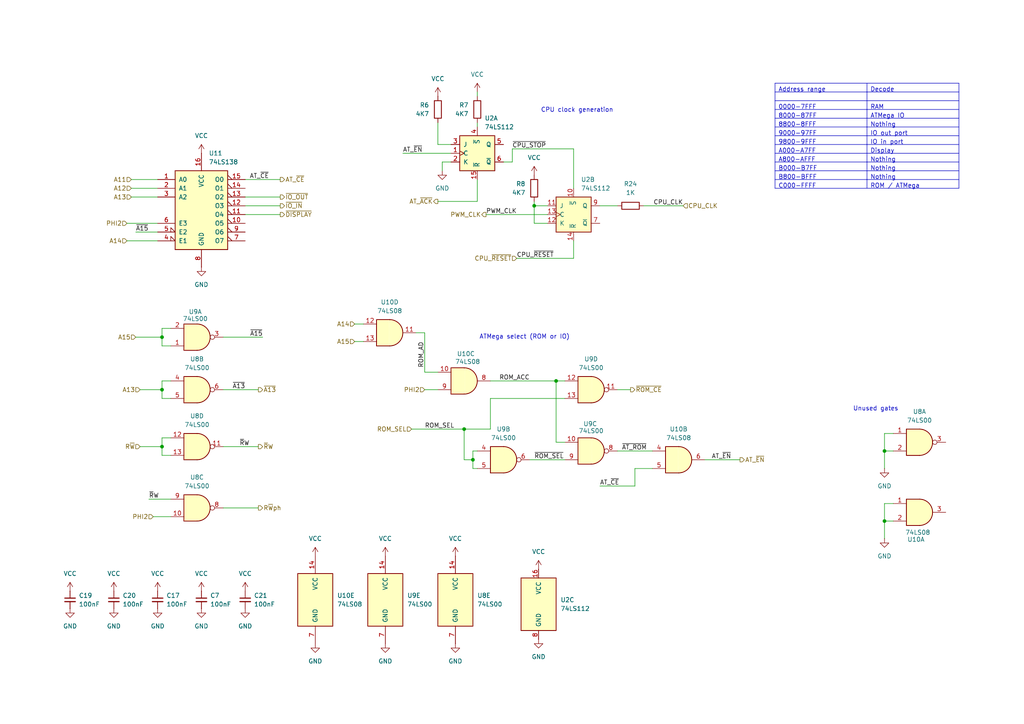
<source format=kicad_sch>
(kicad_sch (version 20250114) (generator "eeschema") (generator_version "9.0")
  (paper "A4")
  (title_block (title "6502 ATTY1") (date "2025-12-16") (rev "2") (comment 1 "© 2025 Ben Dooks"))
  (lib_symbols
    (symbol "74xx:74LS00" (pin_names (offset 1.016))
      (property "Reference" "U" (at 0 1.27 0))
      (property "Value" "74LS00" (at 0 -1.27 0))
      (symbol "74LS00_1_1"
        (arc (start 0 3.81) (mid 3.7934 0) (end 0 -3.81) (stroke (width 0.254)) (fill (type background)))
        (polyline (pts (xy 0 3.81) (xy -3.81 3.81) (xy -3.81 -3.81) (xy 0 -3.81)) (stroke (width 0.254)) (fill (type background)))
        (pin input line (at -7.62 2.54 0) (length 3.81) (name "~") (number "1"))
        (pin input line (at -7.62 -2.54 0) (length 3.81) (name "~") (number "2"))
        (pin output inverted (at 7.62 0 180) (length 3.81) (name "~") (number "3"))
      )
      (symbol "74LS00_1_2"
        (arc (start -3.81 3.81) (mid -2.589 0) (end -3.81 -3.81) (stroke (width 0.254)))
        (polyline (pts (xy -3.81 3.81) (xy -0.635 3.81)) (stroke (width 0.254)) (fill (type background)))
        (polyline (pts (xy -3.81 -3.81) (xy -0.635 -3.81)) (stroke (width 0.254)) (fill (type background)))
        (arc (start 3.81 0) (mid 2.1855 -2.584) (end -0.6096 -3.81) (stroke (width 0.254)) (fill (type background)))
        (arc (start -0.6096 3.81) (mid 2.1928 2.5924) (end 3.81 0) (stroke (width 0.254)) (fill (type background)))
        (polyline (pts (xy -0.635 3.81) (xy -3.81 3.81) (xy -3.81 3.81) (xy -3.556 3.4036) (xy -3.0226 2.2606) (xy -2.6924 1.0414) (xy -2.6162 -0.254) (xy -2.7686 -1.4986) (xy -3.175 -2.7178) (xy -3.81 -3.81) (xy -3.81 -3.81) (xy -0.635 -3.81)) (stroke (width -25.4)) (fill (type background)))
        (pin input inverted (at -7.62 2.54 0) (length 4.318) (name "~") (number "1"))
        (pin input inverted (at -7.62 -2.54 0) (length 4.318) (name "~") (number "2"))
        (pin output line (at 7.62 0 180) (length 3.81) (name "~") (number "3"))
      )
      (symbol "74LS00_2_1"
        (arc (start 0 3.81) (mid 3.7934 0) (end 0 -3.81) (stroke (width 0.254)) (fill (type background)))
        (polyline (pts (xy 0 3.81) (xy -3.81 3.81) (xy -3.81 -3.81) (xy 0 -3.81)) (stroke (width 0.254)) (fill (type background)))
        (pin input line (at -7.62 2.54 0) (length 3.81) (name "~") (number "4"))
        (pin input line (at -7.62 -2.54 0) (length 3.81) (name "~") (number "5"))
        (pin output inverted (at 7.62 0 180) (length 3.81) (name "~") (number "6"))
      )
      (symbol "74LS00_2_2"
        (arc (start -3.81 3.81) (mid -2.589 0) (end -3.81 -3.81) (stroke (width 0.254)))
        (polyline (pts (xy -3.81 3.81) (xy -0.635 3.81)) (stroke (width 0.254)) (fill (type background)))
        (polyline (pts (xy -3.81 -3.81) (xy -0.635 -3.81)) (stroke (width 0.254)) (fill (type background)))
        (arc (start 3.81 0) (mid 2.1855 -2.584) (end -0.6096 -3.81) (stroke (width 0.254)) (fill (type background)))
        (arc (start -0.6096 3.81) (mid 2.1928 2.5924) (end 3.81 0) (stroke (width 0.254)) (fill (type background)))
        (polyline (pts (xy -0.635 3.81) (xy -3.81 3.81) (xy -3.81 3.81) (xy -3.556 3.4036) (xy -3.0226 2.2606) (xy -2.6924 1.0414) (xy -2.6162 -0.254) (xy -2.7686 -1.4986) (xy -3.175 -2.7178) (xy -3.81 -3.81) (xy -3.81 -3.81) (xy -0.635 -3.81)) (stroke (width -25.4)) (fill (type background)))
        (pin input inverted (at -7.62 2.54 0) (length 4.318) (name "~") (number "4"))
        (pin input inverted (at -7.62 -2.54 0) (length 4.318) (name "~") (number "5"))
        (pin output line (at 7.62 0 180) (length 3.81) (name "~") (number "6"))
      )
      (symbol "74LS00_3_1"
        (arc (start 0 3.81) (mid 3.7934 0) (end 0 -3.81) (stroke (width 0.254)) (fill (type background)))
        (polyline (pts (xy 0 3.81) (xy -3.81 3.81) (xy -3.81 -3.81) (xy 0 -3.81)) (stroke (width 0.254)) (fill (type background)))
        (pin input line (at -7.62 2.54 0) (length 3.81) (name "~") (number "9"))
        (pin input line (at -7.62 -2.54 0) (length 3.81) (name "~") (number "10"))
        (pin output inverted (at 7.62 0 180) (length 3.81) (name "~") (number "8"))
      )
      (symbol "74LS00_3_2"
        (arc (start -3.81 3.81) (mid -2.589 0) (end -3.81 -3.81) (stroke (width 0.254)))
        (polyline (pts (xy -3.81 3.81) (xy -0.635 3.81)) (stroke (width 0.254)) (fill (type background)))
        (polyline (pts (xy -3.81 -3.81) (xy -0.635 -3.81)) (stroke (width 0.254)) (fill (type background)))
        (arc (start 3.81 0) (mid 2.1855 -2.584) (end -0.6096 -3.81) (stroke (width 0.254)) (fill (type background)))
        (arc (start -0.6096 3.81) (mid 2.1928 2.5924) (end 3.81 0) (stroke (width 0.254)) (fill (type background)))
        (polyline (pts (xy -0.635 3.81) (xy -3.81 3.81) (xy -3.81 3.81) (xy -3.556 3.4036) (xy -3.0226 2.2606) (xy -2.6924 1.0414) (xy -2.6162 -0.254) (xy -2.7686 -1.4986) (xy -3.175 -2.7178) (xy -3.81 -3.81) (xy -3.81 -3.81) (xy -0.635 -3.81)) (stroke (width -25.4)) (fill (type background)))
        (pin input inverted (at -7.62 2.54 0) (length 4.318) (name "~") (number "9"))
        (pin input inverted (at -7.62 -2.54 0) (length 4.318) (name "~") (number "10"))
        (pin output line (at 7.62 0 180) (length 3.81) (name "~") (number "8"))
      )
      (symbol "74LS00_4_1"
        (arc (start 0 3.81) (mid 3.7934 0) (end 0 -3.81) (stroke (width 0.254)) (fill (type background)))
        (polyline (pts (xy 0 3.81) (xy -3.81 3.81) (xy -3.81 -3.81) (xy 0 -3.81)) (stroke (width 0.254)) (fill (type background)))
        (pin input line (at -7.62 2.54 0) (length 3.81) (name "~") (number "12"))
        (pin input line (at -7.62 -2.54 0) (length 3.81) (name "~") (number "13"))
        (pin output inverted (at 7.62 0 180) (length 3.81) (name "~") (number "11"))
      )
      (symbol "74LS00_4_2"
        (arc (start -3.81 3.81) (mid -2.589 0) (end -3.81 -3.81) (stroke (width 0.254)))
        (polyline (pts (xy -3.81 3.81) (xy -0.635 3.81)) (stroke (width 0.254)) (fill (type background)))
        (polyline (pts (xy -3.81 -3.81) (xy -0.635 -3.81)) (stroke (width 0.254)) (fill (type background)))
        (arc (start 3.81 0) (mid 2.1855 -2.584) (end -0.6096 -3.81) (stroke (width 0.254)) (fill (type background)))
        (arc (start -0.6096 3.81) (mid 2.1928 2.5924) (end 3.81 0) (stroke (width 0.254)) (fill (type background)))
        (polyline (pts (xy -0.635 3.81) (xy -3.81 3.81) (xy -3.81 3.81) (xy -3.556 3.4036) (xy -3.0226 2.2606) (xy -2.6924 1.0414) (xy -2.6162 -0.254) (xy -2.7686 -1.4986) (xy -3.175 -2.7178) (xy -3.81 -3.81) (xy -3.81 -3.81) (xy -0.635 -3.81)) (stroke (width -25.4)) (fill (type background)))
        (pin input inverted (at -7.62 2.54 0) (length 4.318) (name "~") (number "12"))
        (pin input inverted (at -7.62 -2.54 0) (length 4.318) (name "~") (number "13"))
        (pin output line (at 7.62 0 180) (length 3.81) (name "~") (number "11"))
      )
      (symbol "74LS00_5_0"
        (pin power_in line (at 0 12.7 270) (length 5.08) (name "VCC") (number "14"))
        (pin power_in line (at 0 -12.7 90) (length 5.08) (name "GND") (number "7"))
      )
      (symbol "74LS00_5_1"
        (rectangle (start -5.08 7.62) (end 5.08 -7.62) (stroke (width 0.254)) (fill (type background)))
      )
    )
    (symbol "74xx:74LS08" (pin_names (offset 1.016))
      (property "Reference" "U" (at 0 1.27 0))
      (property "Value" "74LS08" (at 0 -1.27 0))
      (symbol "74LS08_1_1"
        (arc (start 0 3.81) (mid 3.7934 0) (end 0 -3.81) (stroke (width 0.254)) (fill (type background)))
        (polyline (pts (xy 0 3.81) (xy -3.81 3.81) (xy -3.81 -3.81) (xy 0 -3.81)) (stroke (width 0.254)) (fill (type background)))
        (pin input line (at -7.62 2.54 0) (length 3.81) (name "~") (number "1"))
        (pin input line (at -7.62 -2.54 0) (length 3.81) (name "~") (number "2"))
        (pin output line (at 7.62 0 180) (length 3.81) (name "~") (number "3"))
      )
      (symbol "74LS08_1_2"
        (arc (start -3.81 3.81) (mid -2.589 0) (end -3.81 -3.81) (stroke (width 0.254)))
        (polyline (pts (xy -3.81 3.81) (xy -0.635 3.81)) (stroke (width 0.254)) (fill (type background)))
        (polyline (pts (xy -3.81 -3.81) (xy -0.635 -3.81)) (stroke (width 0.254)) (fill (type background)))
        (arc (start 3.81 0) (mid 2.1855 -2.584) (end -0.6096 -3.81) (stroke (width 0.254)) (fill (type background)))
        (arc (start -0.6096 3.81) (mid 2.1928 2.5924) (end 3.81 0) (stroke (width 0.254)) (fill (type background)))
        (polyline (pts (xy -0.635 3.81) (xy -3.81 3.81) (xy -3.81 3.81) (xy -3.556 3.4036) (xy -3.0226 2.2606) (xy -2.6924 1.0414) (xy -2.6162 -0.254) (xy -2.7686 -1.4986) (xy -3.175 -2.7178) (xy -3.81 -3.81) (xy -3.81 -3.81) (xy -0.635 -3.81)) (stroke (width -25.4)) (fill (type background)))
        (pin input inverted (at -7.62 2.54 0) (length 4.318) (name "~") (number "1"))
        (pin input inverted (at -7.62 -2.54 0) (length 4.318) (name "~") (number "2"))
        (pin output inverted (at 7.62 0 180) (length 3.81) (name "~") (number "3"))
      )
      (symbol "74LS08_2_1"
        (arc (start 0 3.81) (mid 3.7934 0) (end 0 -3.81) (stroke (width 0.254)) (fill (type background)))
        (polyline (pts (xy 0 3.81) (xy -3.81 3.81) (xy -3.81 -3.81) (xy 0 -3.81)) (stroke (width 0.254)) (fill (type background)))
        (pin input line (at -7.62 2.54 0) (length 3.81) (name "~") (number "4"))
        (pin input line (at -7.62 -2.54 0) (length 3.81) (name "~") (number "5"))
        (pin output line (at 7.62 0 180) (length 3.81) (name "~") (number "6"))
      )
      (symbol "74LS08_2_2"
        (arc (start -3.81 3.81) (mid -2.589 0) (end -3.81 -3.81) (stroke (width 0.254)))
        (polyline (pts (xy -3.81 3.81) (xy -0.635 3.81)) (stroke (width 0.254)) (fill (type background)))
        (polyline (pts (xy -3.81 -3.81) (xy -0.635 -3.81)) (stroke (width 0.254)) (fill (type background)))
        (arc (start 3.81 0) (mid 2.1855 -2.584) (end -0.6096 -3.81) (stroke (width 0.254)) (fill (type background)))
        (arc (start -0.6096 3.81) (mid 2.1928 2.5924) (end 3.81 0) (stroke (width 0.254)) (fill (type background)))
        (polyline (pts (xy -0.635 3.81) (xy -3.81 3.81) (xy -3.81 3.81) (xy -3.556 3.4036) (xy -3.0226 2.2606) (xy -2.6924 1.0414) (xy -2.6162 -0.254) (xy -2.7686 -1.4986) (xy -3.175 -2.7178) (xy -3.81 -3.81) (xy -3.81 -3.81) (xy -0.635 -3.81)) (stroke (width -25.4)) (fill (type background)))
        (pin input inverted (at -7.62 2.54 0) (length 4.318) (name "~") (number "4"))
        (pin input inverted (at -7.62 -2.54 0) (length 4.318) (name "~") (number "5"))
        (pin output inverted (at 7.62 0 180) (length 3.81) (name "~") (number "6"))
      )
      (symbol "74LS08_3_1"
        (arc (start 0 3.81) (mid 3.7934 0) (end 0 -3.81) (stroke (width 0.254)) (fill (type background)))
        (polyline (pts (xy 0 3.81) (xy -3.81 3.81) (xy -3.81 -3.81) (xy 0 -3.81)) (stroke (width 0.254)) (fill (type background)))
        (pin input line (at -7.62 2.54 0) (length 3.81) (name "~") (number "9"))
        (pin input line (at -7.62 -2.54 0) (length 3.81) (name "~") (number "10"))
        (pin output line (at 7.62 0 180) (length 3.81) (name "~") (number "8"))
      )
      (symbol "74LS08_3_2"
        (arc (start -3.81 3.81) (mid -2.589 0) (end -3.81 -3.81) (stroke (width 0.254)))
        (polyline (pts (xy -3.81 3.81) (xy -0.635 3.81)) (stroke (width 0.254)) (fill (type background)))
        (polyline (pts (xy -3.81 -3.81) (xy -0.635 -3.81)) (stroke (width 0.254)) (fill (type background)))
        (arc (start 3.81 0) (mid 2.1855 -2.584) (end -0.6096 -3.81) (stroke (width 0.254)) (fill (type background)))
        (arc (start -0.6096 3.81) (mid 2.1928 2.5924) (end 3.81 0) (stroke (width 0.254)) (fill (type background)))
        (polyline (pts (xy -0.635 3.81) (xy -3.81 3.81) (xy -3.81 3.81) (xy -3.556 3.4036) (xy -3.0226 2.2606) (xy -2.6924 1.0414) (xy -2.6162 -0.254) (xy -2.7686 -1.4986) (xy -3.175 -2.7178) (xy -3.81 -3.81) (xy -3.81 -3.81) (xy -0.635 -3.81)) (stroke (width -25.4)) (fill (type background)))
        (pin input inverted (at -7.62 2.54 0) (length 4.318) (name "~") (number "9"))
        (pin input inverted (at -7.62 -2.54 0) (length 4.318) (name "~") (number "10"))
        (pin output inverted (at 7.62 0 180) (length 3.81) (name "~") (number "8"))
      )
      (symbol "74LS08_4_1"
        (arc (start 0 3.81) (mid 3.7934 0) (end 0 -3.81) (stroke (width 0.254)) (fill (type background)))
        (polyline (pts (xy 0 3.81) (xy -3.81 3.81) (xy -3.81 -3.81) (xy 0 -3.81)) (stroke (width 0.254)) (fill (type background)))
        (pin input line (at -7.62 2.54 0) (length 3.81) (name "~") (number "12"))
        (pin input line (at -7.62 -2.54 0) (length 3.81) (name "~") (number "13"))
        (pin output line (at 7.62 0 180) (length 3.81) (name "~") (number "11"))
      )
      (symbol "74LS08_4_2"
        (arc (start -3.81 3.81) (mid -2.589 0) (end -3.81 -3.81) (stroke (width 0.254)))
        (polyline (pts (xy -3.81 3.81) (xy -0.635 3.81)) (stroke (width 0.254)) (fill (type background)))
        (polyline (pts (xy -3.81 -3.81) (xy -0.635 -3.81)) (stroke (width 0.254)) (fill (type background)))
        (arc (start 3.81 0) (mid 2.1855 -2.584) (end -0.6096 -3.81) (stroke (width 0.254)) (fill (type background)))
        (arc (start -0.6096 3.81) (mid 2.1928 2.5924) (end 3.81 0) (stroke (width 0.254)) (fill (type background)))
        (polyline (pts (xy -0.635 3.81) (xy -3.81 3.81) (xy -3.81 3.81) (xy -3.556 3.4036) (xy -3.0226 2.2606) (xy -2.6924 1.0414) (xy -2.6162 -0.254) (xy -2.7686 -1.4986) (xy -3.175 -2.7178) (xy -3.81 -3.81) (xy -3.81 -3.81) (xy -0.635 -3.81)) (stroke (width -25.4)) (fill (type background)))
        (pin input inverted (at -7.62 2.54 0) (length 4.318) (name "~") (number "12"))
        (pin input inverted (at -7.62 -2.54 0) (length 4.318) (name "~") (number "13"))
        (pin output inverted (at 7.62 0 180) (length 3.81) (name "~") (number "11"))
      )
      (symbol "74LS08_5_0"
        (pin power_in line (at 0 12.7 270) (length 5.08) (name "VCC") (number "14"))
        (pin power_in line (at 0 -12.7 90) (length 5.08) (name "GND") (number "7"))
      )
      (symbol "74LS08_5_1"
        (rectangle (start -5.08 7.62) (end 5.08 -7.62) (stroke (width 0.254)) (fill (type background)))
      )
    )
    (symbol "74xx:74LS112" (pin_names (offset 1.016))
      (property "Reference" "U" (at -7.62 8.89 0))
      (property "Value" "74LS112" (at -7.62 -8.89 0))
      (symbol "74LS112_1_0"
        (pin input line (at -7.62 2.54 0) (length 2.54) (name "J") (number "3"))
        (pin input clock (at -7.62 0 0) (length 2.54) (name "C") (number "1"))
        (pin input line (at -7.62 -2.54 0) (length 2.54) (name "K") (number "2"))
        (pin input line (at 0 7.62 270) (length 2.54) (name "~{S}") (number "4"))
        (pin input line (at 0 -7.62 90) (length 2.54) (name "~{R}") (number "15"))
        (pin output line (at 7.62 2.54 180) (length 2.54) (name "Q") (number "5"))
        (pin output line (at 7.62 -2.54 180) (length 2.54) (name "~{Q}") (number "6"))
      )
      (symbol "74LS112_1_1"
        (rectangle (start -5.08 5.08) (end 5.08 -5.08) (stroke (width 0.254)) (fill (type background)))
      )
      (symbol "74LS112_2_0"
        (pin input line (at -7.62 2.54 0) (length 2.54) (name "J") (number "11"))
        (pin input clock (at -7.62 0 0) (length 2.54) (name "C") (number "13"))
        (pin input line (at -7.62 -2.54 0) (length 2.54) (name "K") (number "12"))
        (pin input line (at 0 7.62 270) (length 2.54) (name "~{S}") (number "10"))
        (pin input line (at 0 -7.62 90) (length 2.54) (name "~{R}") (number "14"))
        (pin output line (at 7.62 2.54 180) (length 2.54) (name "Q") (number "9"))
        (pin output line (at 7.62 -2.54 180) (length 2.54) (name "~{Q}") (number "7"))
      )
      (symbol "74LS112_2_1"
        (rectangle (start -5.08 5.08) (end 5.08 -5.08) (stroke (width 0.254)) (fill (type background)))
      )
      (symbol "74LS112_3_0"
        (pin power_in line (at 0 10.16 270) (length 2.54) (name "VCC") (number "16"))
        (pin power_in line (at 0 -10.16 90) (length 2.54) (name "GND") (number "8"))
      )
      (symbol "74LS112_3_1"
        (rectangle (start -5.08 7.62) (end 5.08 -7.62) (stroke (width 0.254)) (fill (type background)))
      )
    )
    (symbol "74xx:74LS138" (pin_names (offset 1.016))
      (property "Reference" "U" (at -7.62 11.43 0))
      (property "Value" "74LS138" (at -7.62 -13.97 0))
      (symbol "74LS138_1_0"
        (pin input line (at -12.7 7.62 0) (length 5.08) (name "A0") (number "1"))
        (pin input line (at -12.7 5.08 0) (length 5.08) (name "A1") (number "2"))
        (pin input line (at -12.7 2.54 0) (length 5.08) (name "A2") (number "3"))
        (pin input line (at -12.7 -5.08 0) (length 5.08) (name "E3") (number "6"))
        (pin input input_low (at -12.7 -7.62 0) (length 5.08) (name "E2") (number "5"))
        (pin input input_low (at -12.7 -10.16 0) (length 5.08) (name "E1") (number "4"))
        (pin power_in line (at 0 15.24 270) (length 5.08) (name "VCC") (number "16"))
        (pin power_in line (at 0 -17.78 90) (length 5.08) (name "GND") (number "8"))
        (pin output output_low (at 12.7 7.62 180) (length 5.08) (name "O0") (number "15"))
        (pin output output_low (at 12.7 5.08 180) (length 5.08) (name "O1") (number "14"))
        (pin output output_low (at 12.7 2.54 180) (length 5.08) (name "O2") (number "13"))
        (pin output output_low (at 12.7 0 180) (length 5.08) (name "O3") (number "12"))
        (pin output output_low (at 12.7 -2.54 180) (length 5.08) (name "O4") (number "11"))
        (pin output output_low (at 12.7 -5.08 180) (length 5.08) (name "O5") (number "10"))
        (pin output output_low (at 12.7 -7.62 180) (length 5.08) (name "O6") (number "9"))
        (pin output output_low (at 12.7 -10.16 180) (length 5.08) (name "O7") (number "7"))
      )
      (symbol "74LS138_1_1"
        (rectangle (start -7.62 10.16) (end 7.62 -12.7) (stroke (width 0.254)) (fill (type background)))
      )
    )
    (symbol "Device:C_Small" (pin_numbers (hide yes)) (pin_names (offset 0.254) (hide yes))
      (property "Reference" "C" (at 0.254 1.778 0))
      (property "Value" "C_Small" (at 0.254 -2.032 0))
      (symbol "C_Small_0_1"
        (polyline (pts (xy -1.524 0.508) (xy 1.524 0.508)) (stroke (width 0.3048)))
        (polyline (pts (xy -1.524 -0.508) (xy 1.524 -0.508)) (stroke (width 0.3302)))
      )
      (symbol "C_Small_1_1"
        (pin passive line (at 0 2.54 270) (length 2.032) (name "~") (number "1"))
        (pin passive line (at 0 -2.54 90) (length 2.032) (name "~") (number "2"))
      )
    )
    (symbol "Device:R" (pin_numbers (hide yes)) (pin_names (offset 0))
      (property "Reference" "R" (at 2.032 0 90))
      (property "Value" "R" (at 0 0 90))
      (symbol "R_0_1"
        (rectangle (start -1.016 -2.54) (end 1.016 2.54) (stroke (width 0.254)))
      )
      (symbol "R_1_1"
        (pin passive line (at 0 3.81 270) (length 1.27) (name "~") (number "1"))
        (pin passive line (at 0 -3.81 90) (length 1.27) (name "~") (number "2"))
      )
    )
    (symbol "power:GND" (power) (pin_numbers (hide yes)) (pin_names (offset 0) (hide yes))
      (property "Value" "GND" (at 0 -3.81 0))
      (symbol "GND_0_1"
        (polyline (pts (xy 0 0) (xy 0 -1.27) (xy 1.27 -1.27) (xy 0 -2.54) (xy -1.27 -1.27) (xy 0 -1.27)))
      )
      (symbol "GND_1_1"
        (pin power_in line (at 0 0 270) (length 0) (name "~") (number "1"))
      )
    )
    (symbol "power:VCC" (power) (pin_numbers (hide yes)) (pin_names (offset 0) (hide yes))
      (property "Value" "VCC" (at 0 3.556 0))
      (symbol "VCC_0_1"
        (polyline (pts (xy -0.762 1.27) (xy 0 2.54)))
        (polyline (pts (xy 0 2.54) (xy 0.762 1.27)))
        (polyline (pts (xy 0 0) (xy 0 2.54)))
      )
      (symbol "VCC_1_1"
        (pin power_in line (at 0 0 90) (length 0) (name "~") (number "1"))
      )
    )
  )
  (text "ATMega select (ROM or IO)" (at 152.146 97.79 0) (effects (font (size 1.27 1.27))))
  (text "Unused gates" (at 254 118.618 0) (effects (font (size 1.27 1.27))))
  (text "CPU clock generation" (at 167.386 32.004 0) (effects (font (size 1.27 1.27))))
  (junction (at 137.16 133.35))
  (junction (at 256.54 130.81))
  (junction (at 154.94 59.69))
  (junction (at 46.99 113.03))
  (junction (at 161.29 110.49))
  (junction (at 46.99 97.79))
  (junction (at 256.54 151.13))
  (junction (at 46.99 129.54))
  (junction (at 134.62 124.46))
  (wire (pts (xy 137.16 130.81) (xy 137.16 133.35)))
  (wire (pts (xy 186.69 59.69) (xy 198.12 59.69)))
  (wire (pts (xy 64.77 97.79) (xy 76.2 97.79)))
  (wire (pts (xy 138.43 35.56) (xy 138.43 36.83)))
  (wire (pts (xy 256.54 151.13) (xy 259.08 151.13)))
  (wire (pts (xy 43.18 144.78) (xy 49.53 144.78)))
  (wire (pts (xy 36.83 69.85) (xy 45.72 69.85)))
  (wire (pts (xy 36.83 64.77) (xy 45.72 64.77)))
  (wire (pts (xy 158.75 64.77) (xy 154.94 64.77)))
  (wire (pts (xy 71.12 62.23) (xy 81.28 62.23)))
  (wire (pts (xy 64.77 129.54) (xy 74.93 129.54)))
  (wire (pts (xy 161.29 110.49) (xy 163.83 110.49)))
  (wire (pts (xy 49.53 95.25) (xy 46.99 95.25)))
  (wire (pts (xy 259.08 146.05) (xy 256.54 146.05)))
  (wire (pts (xy 189.23 135.89) (xy 184.15 135.89)))
  (wire (pts (xy 46.99 127) (xy 46.99 129.54)))
  (wire (pts (xy 49.53 110.49) (xy 46.99 110.49)))
  (wire (pts (xy 38.1 52.07) (xy 45.72 52.07)))
  (wire (pts (xy 130.81 46.99) (xy 128.27 46.99)))
  (wire (pts (xy 184.15 135.89) (xy 184.15 140.97)))
  (wire (pts (xy 123.19 107.95) (xy 123.19 96.52)))
  (wire (pts (xy 127 35.56) (xy 127 41.91)))
  (wire (pts (xy 38.1 54.61) (xy 45.72 54.61)))
  (wire (pts (xy 46.99 100.33) (xy 46.99 97.79)))
  (wire (pts (xy 142.24 110.49) (xy 161.29 110.49)))
  (wire (pts (xy 134.62 133.35) (xy 137.16 133.35)))
  (wire (pts (xy 138.43 52.07) (xy 138.43 58.42)))
  (wire (pts (xy 102.87 93.98) (xy 105.41 93.98)))
  (wire (pts (xy 127 107.95) (xy 123.19 107.95)))
  (wire (pts (xy 38.1 57.15) (xy 45.72 57.15)))
  (wire (pts (xy 142.24 124.46) (xy 134.62 124.46)))
  (wire (pts (xy 142.24 115.57) (xy 142.24 124.46)))
  (wire (pts (xy 46.99 95.25) (xy 46.99 97.79)))
  (wire (pts (xy 119.38 124.46) (xy 134.62 124.46)))
  (wire (pts (xy 166.37 69.85) (xy 166.37 74.93)))
  (wire (pts (xy 149.86 74.93) (xy 166.37 74.93)))
  (wire (pts (xy 173.99 59.69) (xy 179.07 59.69)))
  (wire (pts (xy 49.53 115.57) (xy 46.99 115.57)))
  (wire (pts (xy 140.97 62.23) (xy 158.75 62.23)))
  (wire (pts (xy 154.94 64.77) (xy 154.94 59.69)))
  (wire (pts (xy 40.64 129.54) (xy 46.99 129.54)))
  (wire (pts (xy 123.19 96.52) (xy 120.65 96.52)))
  (wire (pts (xy 49.53 100.33) (xy 46.99 100.33)))
  (wire (pts (xy 148.59 43.18) (xy 148.59 46.99)))
  (wire (pts (xy 123.19 113.03) (xy 127 113.03)))
  (wire (pts (xy 173.99 140.97) (xy 184.15 140.97)))
  (wire (pts (xy 46.99 132.08) (xy 49.53 132.08)))
  (wire (pts (xy 40.64 113.03) (xy 46.99 113.03)))
  (wire (pts (xy 39.37 97.79) (xy 46.99 97.79)))
  (wire (pts (xy 137.16 133.35) (xy 137.16 135.89)))
  (wire (pts (xy 146.05 46.99) (xy 148.59 46.99)))
  (wire (pts (xy 134.62 124.46) (xy 134.62 133.35)))
  (wire (pts (xy 153.67 133.35) (xy 163.83 133.35)))
  (wire (pts (xy 137.16 135.89) (xy 138.43 135.89)))
  (wire (pts (xy 44.45 149.86) (xy 49.53 149.86)))
  (wire (pts (xy 137.16 130.81) (xy 138.43 130.81)))
  (wire (pts (xy 256.54 146.05) (xy 256.54 151.13)))
  (wire (pts (xy 154.94 58.42) (xy 154.94 59.69)))
  (wire (pts (xy 46.99 110.49) (xy 46.99 113.03)))
  (wire (pts (xy 64.77 147.32) (xy 74.93 147.32)))
  (wire (pts (xy 163.83 128.27) (xy 161.29 128.27)))
  (wire (pts (xy 116.84 44.45) (xy 130.81 44.45)))
  (wire (pts (xy 256.54 151.13) (xy 256.54 156.21)))
  (wire (pts (xy 46.99 129.54) (xy 46.99 132.08)))
  (wire (pts (xy 128.27 46.99) (xy 128.27 49.53)))
  (wire (pts (xy 102.87 99.06) (xy 105.41 99.06)))
  (wire (pts (xy 64.77 113.03) (xy 74.93 113.03)))
  (wire (pts (xy 138.43 26.67) (xy 138.43 27.94)))
  (wire (pts (xy 49.53 127) (xy 46.99 127)))
  (wire (pts (xy 71.12 52.07) (xy 81.28 52.07)))
  (wire (pts (xy 166.37 43.18) (xy 166.37 54.61)))
  (wire (pts (xy 256.54 125.73) (xy 256.54 130.81)))
  (wire (pts (xy 39.37 67.31) (xy 45.72 67.31)))
  (wire (pts (xy 259.08 125.73) (xy 256.54 125.73)))
  (wire (pts (xy 204.47 133.35) (xy 214.63 133.35)))
  (wire (pts (xy 46.99 115.57) (xy 46.99 113.03)))
  (wire (pts (xy 179.07 130.81) (xy 189.23 130.81)))
  (wire (pts (xy 256.54 130.81) (xy 259.08 130.81)))
  (wire (pts (xy 148.59 43.18) (xy 166.37 43.18)))
  (wire (pts (xy 256.54 130.81) (xy 256.54 135.89)))
  (wire (pts (xy 163.83 115.57) (xy 142.24 115.57)))
  (wire (pts (xy 179.07 113.03) (xy 182.88 113.03)))
  (wire (pts (xy 71.12 59.69) (xy 81.28 59.69)))
  (wire (pts (xy 154.94 59.69) (xy 158.75 59.69)))
  (wire (pts (xy 127 58.42) (xy 138.43 58.42)))
  (wire (pts (xy 130.81 41.91) (xy 127 41.91)))
  (wire (pts (xy 161.29 128.27) (xy 161.29 110.49)))
  (wire (pts (xy 71.12 57.15) (xy 81.28 57.15)))
  (table (column_count 2) (border (external yes) (header yes)) (separators (rows yes) (cols yes)) (column_widths 26.67 26.67) (row_heights 2.54 2.54 2.54 2.54 2.54 2.54 2.54 2.54 2.54 2.54 2.54 2.54) (cells (table_cell "Address range" (at 224.79 24.13 0) (size 26.67 2.54) (margins 0.9525 0.9525 0.9525 0.9525) (span 1 1)) (table_cell "Decode" (at 251.46 24.13 0) (size 26.67 2.54) (margins 0.9525 0.9525 0.9525 0.9525) (span 1 1)) (table_cell "" (at 224.79 26.67 0) (size 26.67 2.54) (margins 0.9525 0.9525 0.9525 0.9525) (span 1 1)) (table_cell "" (at 251.46 26.67 0) (size 26.67 2.54) (margins 0.9525 0.9525 0.9525 0.9525) (span 1 1)) (table_cell "0000-7FFF" (at 224.79 29.21 0) (size 26.67 2.54) (margins 0.9525 0.9525 0.9525 0.9525) (span 1 1)) (table_cell "RAM" (at 251.46 29.21 0) (size 26.67 2.54) (margins 0.9525 0.9525 0.9525 0.9525) (span 1 1)) (table_cell "8000-87FF" (at 224.79 31.75 0) (size 26.67 2.54) (margins 0.9525 0.9525 0.9525 0.9525) (span 1 1)) (table_cell "ATMega IO" (at 251.46 31.75 0) (size 26.67 2.54) (margins 0.9525 0.9525 0.9525 0.9525) (span 1 1)) (table_cell "8800-8FFF" (at 224.79 34.29 0) (size 26.67 2.54) (margins 0.9525 0.9525 0.9525 0.9525) (span 1 1)) (table_cell "Nothing" (at 251.46 34.29 0) (size 26.67 2.54) (margins 0.9525 0.9525 0.9525 0.9525) (span 1 1)) (table_cell "9000-97FF" (at 224.79 36.83 0) (size 26.67 2.54) (margins 0.9525 0.9525 0.9525 0.9525) (span 1 1)) (table_cell "IO out port" (at 251.46 36.83 0) (size 26.67 2.54) (margins 0.9525 0.9525 0.9525 0.9525) (span 1 1)) (table_cell "9800-9FFF" (at 224.79 39.37 0) (size 26.67 2.54) (margins 0.9525 0.9525 0.9525 0.9525) (span 1 1)) (table_cell "IO in port" (at 251.46 39.37 0) (size 26.67 2.54) (margins 0.9525 0.9525 0.9525 0.9525) (span 1 1)) (table_cell "A000-A7FF" (at 224.79 41.91 0) (size 26.67 2.54) (margins 0.9525 0.9525 0.9525 0.9525) (span 1 1)) (table_cell "Display" (at 251.46 41.91 0) (size 26.67 2.54) (margins 0.9525 0.9525 0.9525 0.9525) (span 1 1)) (table_cell "A800-AFFF" (at 224.79 44.45 0) (size 26.67 2.54) (margins 0.9525 0.9525 0.9525 0.9525) (span 1 1)) (table_cell "Nothing" (at 251.46 44.45 0) (size 26.67 2.54) (margins 0.9525 0.9525 0.9525 0.9525) (span 1 1)) (table_cell "B000-B7FF" (at 224.79 46.99 0) (size 26.67 2.54) (margins 0.9525 0.9525 0.9525 0.9525) (span 1 1)) (table_cell "Nothing" (at 251.46 46.99 0) (size 26.67 2.54) (margins 0.9525 0.9525 0.9525 0.9525) (span 1 1)) (table_cell "B800-BFFF" (at 224.79 49.53 0) (size 26.67 2.54) (margins 0.9525 0.9525 0.9525 0.9525) (span 1 1)) (table_cell "Nothing" (at 251.46 49.53 0) (size 26.67 2.54) (margins 0.9525 0.9525 0.9525 0.9525) (span 1 1)) (table_cell "C000-FFFF" (at 224.79 52.07 0) (size 26.67 2.54) (margins 0.9525 0.9525 0.9525 0.9525) (span 1 1)) (table_cell "ROM / ATMega" (at 251.46 52.07 0) (size 26.67 2.54) (margins 0.9525 0.9525 0.9525 0.9525) (span 1 1))))
  (label "CPU_~{RESET}" (at 149.86 74.93 0))
  (label "~{A15}" (at 76.2 97.79 180))
  (label "CPU_CLK" (at 198.12 59.69 180))
  (label "ROM_ACC" (at 144.78 110.49 0))
  (label "PWM_CLK" (at 140.97 62.23 0))
  (label "AT_~{CE}" (at 173.99 140.97 0))
  (label "~{AT_ROM}" (at 180.34 130.81 0))
  (label "ROM_AD" (at 123.19 99.06 270))
  (label "AT_~{EN}" (at 116.84 44.45 0))
  (label "~{ROM_SEL}" (at 154.94 133.35 0))
  (label "AT_~{CE}" (at 72.39 52.07 0))
  (label "~{R}W" (at 72.39 129.54 180))
  (label "ROM_SEL" (at 123.19 124.46 0))
  (label "~{A13}" (at 71.12 113.03 180))
  (label "~{CPU_STOP}" (at 148.59 43.18 0))
  (label "AT_~{EN}" (at 212.09 133.35 180))
  (label "~{R}W" (at 43.18 144.78 0))
  (label "~{A15}" (at 39.37 67.31 0))
  (hierarchical_label "A15" (shape input) (at 102.87 99.06 180))
  (hierarchical_label "A14" (shape input) (at 36.83 69.85 180))
  (hierarchical_label "PWM_CLK" (shape output) (at 140.97 62.23 180))
  (hierarchical_label "A13" (shape input) (at 40.64 113.03 180))
  (hierarchical_label "A12" (shape input) (at 38.1 54.61 180))
  (hierarchical_label "R~{W}" (shape input) (at 40.64 129.54 180))
  (hierarchical_label "AT_~{CE}" (shape output) (at 81.28 52.07 0))
  (hierarchical_label "A11" (shape input) (at 38.1 52.07 180))
  (hierarchical_label "A15" (shape input) (at 39.37 97.79 180))
  (hierarchical_label "PHI2" (shape input) (at 36.83 64.77 180))
  (hierarchical_label "PHI2" (shape input) (at 44.45 149.86 180))
  (hierarchical_label "~{DISPLAY}" (shape output) (at 81.28 62.23 0))
  (hierarchical_label "~{IO_OUT}" (shape output) (at 81.28 57.15 0))
  (hierarchical_label "A14" (shape input) (at 102.87 93.98 180))
  (hierarchical_label "~{R}W" (shape output) (at 74.93 129.54 0))
  (hierarchical_label "CPU_~{RESET}" (shape input) (at 149.86 74.93 180))
  (hierarchical_label "~{ROM_CE}" (shape output) (at 182.88 113.03 0))
  (hierarchical_label "CPU_CLK" (shape input) (at 198.12 59.69 0))
  (hierarchical_label "AT_~{ACK}" (shape output) (at 127 58.42 180))
  (hierarchical_label "R~{W}ph" (shape output) (at 74.93 147.32 0))
  (hierarchical_label "AT_~{EN}" (shape output) (at 214.63 133.35 0))
  (hierarchical_label "PHI2" (shape input) (at 123.19 113.03 180))
  (hierarchical_label "A13" (shape input) (at 38.1 57.15 180))
  (hierarchical_label "~{IO_IN}" (shape output) (at 81.28 59.69 0))
  (hierarchical_label "~{A13}" (shape output) (at 74.93 113.03 0))
  (hierarchical_label "ROM_SEL" (shape input) (at 119.38 124.46 180))
  (symbol (lib_id "74xx:74LS00") (at 171.45 130.81 0) (mirror x) (unit 3)
    (property "Reference" "U9" (at 171.196 122.936 0))
    (property "Value" "74LS00" (at 171.45 124.968 0))
    (property "Footprint" "Package_DIP:DIP-14_W7.62mm" (effects (hide yes)))
    (property "Datasheet" "http://www.ti.com/lit/gpn/sn74ls00" (effects (hide yes)))
    (property "Description" "quad 2-input NAND gate" (effects (hide yes)))
  )
  (symbol (lib_id "power:GND") (at 256.54 156.21 0) (unit 1)
    (property "Reference" "#PWR049" (effects (hide yes)))
    (property "Value" "GND" (at 256.54 161.29 0))
    (property "Description" "Power symbol creates a global label with name \"GND\" , ground" (effects (hide yes)))
  )
  (symbol (lib_id "Device:C_Small") (at 45.72 173.99 0) (unit 1)
    (property "Reference" "C17" (at 48.26 172.7262 0) (effects (justify left)))
    (property "Value" "100nF" (at 48.26 175.2662 0) (effects (justify left)))
    (property "Footprint" "Capacitor_THT:C_Disc_D4.3mm_W1.9mm_P5.00mm" (effects (hide yes)))
    (property "Description" "Unpolarized capacitor, small symbol" (effects (hide yes)))
  )
  (symbol (lib_id "74xx:74LS00") (at 111.76 173.99 0) (unit 5)
    (property "Reference" "U9" (at 118.11 172.7199 0) (effects (justify left)))
    (property "Value" "74LS00" (at 118.11 175.2599 0) (effects (justify left)))
    (property "Footprint" "Package_DIP:DIP-14_W7.62mm" (effects (hide yes)))
    (property "Datasheet" "http://www.ti.com/lit/gpn/sn74ls00" (effects (hide yes)))
    (property "Description" "quad 2-input NAND gate" (effects (hide yes)))
  )
  (symbol (lib_id "power:VCC") (at 58.42 171.45 0) (unit 1)
    (property "Reference" "#PWR065" (effects (hide yes)))
    (property "Value" "VCC" (at 58.42 166.37 0))
    (property "Description" "Power symbol creates a global label with name \"VCC\"" (effects (hide yes)))
  )
  (symbol (lib_id "power:VCC") (at 20.32 171.45 0) (unit 1)
    (property "Reference" "#PWR059" (effects (hide yes)))
    (property "Value" "VCC" (at 20.32 166.37 0))
    (property "Description" "Power symbol creates a global label with name \"VCC\"" (effects (hide yes)))
  )
  (symbol (lib_id "Device:C_Small") (at 33.02 173.99 0) (unit 1)
    (property "Reference" "C20" (at 35.56 172.7262 0) (effects (justify left)))
    (property "Value" "100nF" (at 35.56 175.2662 0) (effects (justify left)))
    (property "Footprint" "Capacitor_THT:C_Disc_D4.3mm_W1.9mm_P5.00mm" (effects (hide yes)))
    (property "Description" "Unpolarized capacitor, small symbol" (effects (hide yes)))
  )
  (symbol (lib_id "power:GND") (at 156.21 185.42 0) (unit 1)
    (property "Reference" "#PWR022" (effects (hide yes)))
    (property "Value" "GND" (at 156.21 190.5 0))
    (property "Description" "Power symbol creates a global label with name \"GND\" , ground" (effects (hide yes)))
  )
  (symbol (lib_id "74xx:74LS08") (at 91.44 173.99 0) (unit 5)
    (property "Reference" "U10" (at 97.79 172.7199 0) (effects (justify left)))
    (property "Value" "74LS08" (at 97.79 175.2599 0) (effects (justify left)))
    (property "Footprint" "Package_DIP:DIP-14_W7.62mm" (effects (hide yes)))
    (property "Datasheet" "http://www.ti.com/lit/gpn/sn74LS08" (effects (hide yes)))
    (property "Description" "Quad And2" (effects (hide yes)))
  )
  (symbol (lib_id "power:VCC") (at 91.44 161.29 0) (unit 1)
    (property "Reference" "#PWR023" (effects (hide yes)))
    (property "Value" "VCC" (at 91.44 156.21 0))
    (property "Description" "Power symbol creates a global label with name \"VCC\"" (effects (hide yes)))
  )
  (symbol (lib_id "power:GND") (at 58.42 77.47 0) (unit 1)
    (property "Reference" "#PWR027" (effects (hide yes)))
    (property "Value" "GND" (at 58.42 82.55 0))
    (property "Description" "Power symbol creates a global label with name \"GND\" , ground" (effects (hide yes)))
  )
  (symbol (lib_id "Device:R") (at 127 31.75 0) (mirror x) (unit 1)
    (property "Reference" "R6" (at 124.46 30.4799 0) (effects (justify right)))
    (property "Value" "4K7" (at 124.46 33.0199 0) (effects (justify right)))
    (property "Footprint" "Resistor_THT:R_Axial_DIN0207_L6.3mm_D2.5mm_P10.16mm_Horizontal" (effects (hide yes)))
    (property "Description" "Resistor" (effects (hide yes)))
  )
  (symbol (lib_id "74xx:74LS112") (at 166.37 62.23 0) (unit 2)
    (property "Reference" "U2" (at 168.5133 52.07 0) (effects (justify left)))
    (property "Value" "74LS112" (at 168.5133 54.61 0) (effects (justify left)))
    (property "Footprint" "Package_DIP:DIP-16_W7.62mm" (effects (hide yes)))
    (property "Datasheet" "http://www.ti.com/lit/gpn/sn74LS112" (effects (hide yes)))
    (property "Description" "dual JK Flip-Flop, Set & Reset" (effects (hide yes)))
  )
  (symbol (lib_id "power:GND") (at 128.27 49.53 0) (unit 1)
    (property "Reference" "#PWR020" (effects (hide yes)))
    (property "Value" "GND" (at 128.27 54.61 0))
    (property "Description" "Power symbol creates a global label with name \"GND\" , ground" (effects (hide yes)))
  )
  (symbol (lib_id "Device:C_Small") (at 20.32 173.99 0) (unit 1)
    (property "Reference" "C19" (at 22.86 172.7262 0) (effects (justify left)))
    (property "Value" "100nF" (at 22.86 175.2662 0) (effects (justify left)))
    (property "Footprint" "Capacitor_THT:C_Disc_D4.3mm_W1.9mm_P5.00mm" (effects (hide yes)))
    (property "Description" "Unpolarized capacitor, small symbol" (effects (hide yes)))
  )
  (symbol (lib_id "power:VCC") (at 58.42 44.45 0) (unit 1)
    (property "Reference" "#PWR026" (effects (hide yes)))
    (property "Value" "VCC" (at 58.42 39.37 0))
    (property "Description" "Power symbol creates a global label with name \"VCC\"" (effects (hide yes)))
  )
  (symbol (lib_id "74xx:74LS138") (at 58.42 59.69 0) (unit 1)
    (property "Reference" "U11" (at 60.5633 44.45 0) (effects (justify left)))
    (property "Value" "74LS138" (at 60.5633 46.99 0) (effects (justify left)))
    (property "Footprint" "Package_DIP:DIP-16_W7.62mm" (effects (hide yes)))
    (property "Datasheet" "http://www.ti.com/lit/gpn/sn74LS138" (effects (hide yes)))
    (property "Description" "Decoder 3 to 8 active low outputs" (effects (hide yes)))
  )
  (symbol (lib_id "74xx:74LS00") (at 57.15 97.79 0) (mirror x) (unit 1)
    (property "Reference" "U9" (at 56.642 90.424 0))
    (property "Value" "74LS00" (at 56.642 92.456 0))
    (property "Footprint" "Package_DIP:DIP-14_W7.62mm" (effects (hide yes)))
    (property "Datasheet" "http://www.ti.com/lit/gpn/sn74ls00" (effects (hide yes)))
    (property "Description" "quad 2-input NAND gate" (effects (hide yes)))
  )
  (symbol (lib_id "power:GND") (at 20.32 176.53 0) (unit 1)
    (property "Reference" "#PWR060" (effects (hide yes)))
    (property "Value" "GND" (at 20.32 181.61 0))
    (property "Description" "Power symbol creates a global label with name \"GND\" , ground" (effects (hide yes)))
  )
  (symbol (lib_id "74xx:74LS00") (at 146.05 133.35 0) (unit 2)
    (property "Reference" "U9" (at 146.0417 124.46 0))
    (property "Value" "74LS00" (at 146.0417 127 0))
    (property "Footprint" "Package_DIP:DIP-14_W7.62mm" (effects (hide yes)))
    (property "Datasheet" "http://www.ti.com/lit/gpn/sn74ls00" (effects (hide yes)))
    (property "Description" "quad 2-input NAND gate" (effects (hide yes)))
  )
  (symbol (lib_id "Device:R") (at 182.88 59.69 270) (unit 1)
    (property "Reference" "R24" (at 182.88 53.34 90))
    (property "Value" "1K" (at 182.88 55.88 90))
    (property "Footprint" "Resistor_THT:R_Axial_DIN0207_L6.3mm_D2.5mm_P10.16mm_Horizontal" (effects (hide yes)))
    (property "Description" "Resistor" (effects (hide yes)))
  )
  (symbol (lib_id "power:VCC") (at 111.76 161.29 0) (unit 1)
    (property "Reference" "#PWR04" (effects (hide yes)))
    (property "Value" "VCC" (at 111.76 156.21 0))
    (property "Description" "Power symbol creates a global label with name \"VCC\"" (effects (hide yes)))
  )
  (symbol (lib_id "power:GND") (at 256.54 135.89 0) (unit 1)
    (property "Reference" "#PWR047" (effects (hide yes)))
    (property "Value" "GND" (at 256.54 140.97 0))
    (property "Description" "Power symbol creates a global label with name \"GND\" , ground" (effects (hide yes)))
  )
  (symbol (lib_id "74xx:74LS00") (at 132.08 173.99 0) (unit 5)
    (property "Reference" "U8" (at 138.43 172.7199 0) (effects (justify left)))
    (property "Value" "74LS00" (at 138.43 175.2599 0) (effects (justify left)))
    (property "Footprint" "Package_DIP:DIP-14_W7.62mm" (effects (hide yes)))
    (property "Datasheet" "http://www.ti.com/lit/gpn/sn74ls00" (effects (hide yes)))
    (property "Description" "quad 2-input NAND gate" (effects (hide yes)))
  )
  (symbol (lib_id "74xx:74LS00") (at 57.15 147.32 0) (unit 3)
    (property "Reference" "U8" (at 57.1417 138.43 0))
    (property "Value" "74LS00" (at 57.1417 140.97 0))
    (property "Footprint" "Package_DIP:DIP-14_W7.62mm" (effects (hide yes)))
    (property "Datasheet" "http://www.ti.com/lit/gpn/sn74ls00" (effects (hide yes)))
    (property "Description" "quad 2-input NAND gate" (effects (hide yes)))
  )
  (symbol (lib_id "74xx:74LS00") (at 57.15 129.54 0) (unit 4)
    (property "Reference" "U8" (at 57.1417 120.65 0))
    (property "Value" "74LS00" (at 57.1417 123.19 0))
    (property "Footprint" "Package_DIP:DIP-14_W7.62mm" (effects (hide yes)))
    (property "Datasheet" "http://www.ti.com/lit/gpn/sn74ls00" (effects (hide yes)))
    (property "Description" "quad 2-input NAND gate" (effects (hide yes)))
  )
  (symbol (lib_id "74xx:74LS00") (at 57.15 113.03 0) (unit 2)
    (property "Reference" "U8" (at 57.1417 104.14 0))
    (property "Value" "74LS00" (at 57.1417 106.68 0))
    (property "Footprint" "Package_DIP:DIP-14_W7.62mm" (effects (hide yes)))
    (property "Datasheet" "http://www.ti.com/lit/gpn/sn74ls00" (effects (hide yes)))
    (property "Description" "quad 2-input NAND gate" (effects (hide yes)))
  )
  (symbol (lib_id "74xx:74LS00") (at 266.7 128.27 0) (unit 1)
    (property "Reference" "U8" (at 266.6917 119.38 0))
    (property "Value" "74LS00" (at 266.6917 121.92 0))
    (property "Footprint" "Package_DIP:DIP-14_W7.62mm" (effects (hide yes)))
    (property "Datasheet" "http://www.ti.com/lit/gpn/sn74ls00" (effects (hide yes)))
    (property "Description" "quad 2-input NAND gate" (effects (hide yes)))
  )
  (symbol (lib_id "74xx:74LS112") (at 156.21 175.26 0) (unit 3)
    (property "Reference" "U2" (at 162.56 173.9899 0) (effects (justify left)))
    (property "Value" "74LS112" (at 162.56 176.5299 0) (effects (justify left)))
    (property "Footprint" "Package_DIP:DIP-16_W7.62mm" (effects (hide yes)))
    (property "Datasheet" "http://www.ti.com/lit/gpn/sn74LS112" (effects (hide yes)))
    (property "Description" "dual JK Flip-Flop, Set & Reset" (effects (hide yes)))
  )
  (symbol (lib_id "Device:C_Small") (at 71.12 173.99 0) (unit 1)
    (property "Reference" "C21" (at 73.66 172.7262 0) (effects (justify left)))
    (property "Value" "100nF" (at 73.66 175.2662 0) (effects (justify left)))
    (property "Footprint" "Capacitor_THT:C_Disc_D4.3mm_W1.9mm_P5.00mm" (effects (hide yes)))
    (property "Description" "Unpolarized capacitor, small symbol" (effects (hide yes)))
  )
  (symbol (lib_id "74xx:74LS00") (at 171.45 113.03 0) (unit 4)
    (property "Reference" "U9" (at 171.4417 104.14 0))
    (property "Value" "74LS00" (at 171.4417 106.68 0))
    (property "Footprint" "Package_DIP:DIP-14_W7.62mm" (effects (hide yes)))
    (property "Datasheet" "http://www.ti.com/lit/gpn/sn74ls00" (effects (hide yes)))
    (property "Description" "quad 2-input NAND gate" (effects (hide yes)))
  )
  (symbol (lib_id "74xx:74LS112") (at 138.43 44.45 0) (unit 1)
    (property "Reference" "U2" (at 140.5733 34.29 0) (effects (justify left)))
    (property "Value" "74LS112" (at 140.5733 36.83 0) (effects (justify left)))
    (property "Footprint" "Package_DIP:DIP-16_W7.62mm" (effects (hide yes)))
    (property "Datasheet" "http://www.ti.com/lit/gpn/sn74LS112" (effects (hide yes)))
    (property "Description" "dual JK Flip-Flop, Set & Reset" (effects (hide yes)))
  )
  (symbol (lib_id "power:GND") (at 58.42 176.53 0) (unit 1)
    (property "Reference" "#PWR066" (effects (hide yes)))
    (property "Value" "GND" (at 58.42 181.61 0))
    (property "Description" "Power symbol creates a global label with name \"GND\" , ground" (effects (hide yes)))
  )
  (symbol (lib_id "74xx:74LS08") (at 266.7 148.59 0) (unit 1)
    (property "Reference" "U10" (at 265.684 156.464 0))
    (property "Value" "74LS08" (at 266.192 154.432 0))
    (property "Footprint" "Package_DIP:DIP-14_W7.62mm" (effects (hide yes)))
    (property "Datasheet" "http://www.ti.com/lit/gpn/sn74LS08" (effects (hide yes)))
    (property "Description" "Quad And2" (effects (hide yes)))
  )
  (symbol (lib_id "Device:R") (at 154.94 54.61 0) (mirror x) (unit 1)
    (property "Reference" "R8" (at 152.4 53.3399 0) (effects (justify right)))
    (property "Value" "4K7" (at 152.4 55.8799 0) (effects (justify right)))
    (property "Footprint" "Resistor_THT:R_Axial_DIN0207_L6.3mm_D2.5mm_P10.16mm_Horizontal" (effects (hide yes)))
    (property "Description" "Resistor" (effects (hide yes)))
  )
  (symbol (lib_id "Device:C_Small") (at 58.42 173.99 0) (unit 1)
    (property "Reference" "C7" (at 60.96 172.7262 0) (effects (justify left)))
    (property "Value" "100nF" (at 60.96 175.2662 0) (effects (justify left)))
    (property "Footprint" "Capacitor_THT:C_Disc_D4.3mm_W1.9mm_P5.00mm" (effects (hide yes)))
    (property "Description" "Unpolarized capacitor, small symbol" (effects (hide yes)))
  )
  (symbol (lib_id "power:VCC") (at 138.43 26.67 0) (unit 1)
    (property "Reference" "#PWR019" (effects (hide yes)))
    (property "Value" "VCC" (at 138.43 21.59 0))
    (property "Description" "Power symbol creates a global label with name \"VCC\"" (effects (hide yes)))
  )
  (symbol (lib_id "power:VCC") (at 154.94 50.8 0) (unit 1)
    (property "Reference" "#PWR028" (effects (hide yes)))
    (property "Value" "VCC" (at 154.94 45.72 0))
    (property "Description" "Power symbol creates a global label with name \"VCC\"" (effects (hide yes)))
  )
  (symbol (lib_id "power:VCC") (at 132.08 161.29 0) (unit 1)
    (property "Reference" "#PWR018" (effects (hide yes)))
    (property "Value" "VCC" (at 132.08 156.21 0))
    (property "Description" "Power symbol creates a global label with name \"VCC\"" (effects (hide yes)))
  )
  (symbol (lib_id "power:VCC") (at 71.12 171.45 0) (unit 1)
    (property "Reference" "#PWR079" (effects (hide yes)))
    (property "Value" "VCC" (at 71.12 166.37 0))
    (property "Description" "Power symbol creates a global label with name \"VCC\"" (effects (hide yes)))
  )
  (symbol (lib_id "power:GND") (at 33.02 176.53 0) (unit 1)
    (property "Reference" "#PWR062" (effects (hide yes)))
    (property "Value" "GND" (at 33.02 181.61 0))
    (property "Description" "Power symbol creates a global label with name \"GND\" , ground" (effects (hide yes)))
  )
  (symbol (lib_id "power:VCC") (at 45.72 171.45 0) (unit 1)
    (property "Reference" "#PWR063" (effects (hide yes)))
    (property "Value" "VCC" (at 45.72 166.37 0))
    (property "Description" "Power symbol creates a global label with name \"VCC\"" (effects (hide yes)))
  )
  (symbol (lib_id "74xx:74LS08") (at 134.62 110.49 0) (mirror x) (unit 3)
    (property "Reference" "U10" (at 135.128 102.616 0))
    (property "Value" "74LS08" (at 135.636 104.902 0))
    (property "Footprint" "Package_DIP:DIP-14_W7.62mm" (effects (hide yes)))
    (property "Datasheet" "http://www.ti.com/lit/gpn/sn74LS08" (effects (hide yes)))
    (property "Description" "Quad And2" (effects (hide yes)))
  )
  (symbol (lib_id "Device:R") (at 138.43 31.75 0) (mirror x) (unit 1)
    (property "Reference" "R7" (at 135.89 30.4799 0) (effects (justify right)))
    (property "Value" "4K7" (at 135.89 33.0199 0) (effects (justify right)))
    (property "Footprint" "Resistor_THT:R_Axial_DIN0207_L6.3mm_D2.5mm_P10.16mm_Horizontal" (effects (hide yes)))
    (property "Description" "Resistor" (effects (hide yes)))
  )
  (symbol (lib_id "power:GND") (at 71.12 176.53 0) (unit 1)
    (property "Reference" "#PWR080" (effects (hide yes)))
    (property "Value" "GND" (at 71.12 181.61 0))
    (property "Description" "Power symbol creates a global label with name \"GND\" , ground" (effects (hide yes)))
  )
  (symbol (lib_id "74xx:74LS08") (at 196.85 133.35 0) (unit 2)
    (property "Reference" "U10" (at 196.8417 124.46 0))
    (property "Value" "74LS08" (at 196.8417 127 0))
    (property "Footprint" "Package_DIP:DIP-14_W7.62mm" (effects (hide yes)))
    (property "Datasheet" "http://www.ti.com/lit/gpn/sn74LS08" (effects (hide yes)))
    (property "Description" "Quad And2" (effects (hide yes)))
  )
  (symbol (lib_id "power:GND") (at 132.08 186.69 0) (unit 1)
    (property "Reference" "#PWR021" (effects (hide yes)))
    (property "Value" "GND" (at 132.08 191.77 0))
    (property "Description" "Power symbol creates a global label with name \"GND\" , ground" (effects (hide yes)))
  )
  (symbol (lib_id "power:GND") (at 45.72 176.53 0) (unit 1)
    (property "Reference" "#PWR064" (effects (hide yes)))
    (property "Value" "GND" (at 45.72 181.61 0))
    (property "Description" "Power symbol creates a global label with name \"GND\" , ground" (effects (hide yes)))
  )
  (symbol (lib_id "power:VCC") (at 33.02 171.45 0) (unit 1)
    (property "Reference" "#PWR061" (effects (hide yes)))
    (property "Value" "VCC" (at 33.02 166.37 0))
    (property "Description" "Power symbol creates a global label with name \"VCC\"" (effects (hide yes)))
  )
  (symbol (lib_id "power:GND") (at 111.76 186.69 0) (unit 1)
    (property "Reference" "#PWR024" (effects (hide yes)))
    (property "Value" "GND" (at 111.76 191.77 0))
    (property "Description" "Power symbol creates a global label with name \"GND\" , ground" (effects (hide yes)))
  )
  (symbol (lib_id "power:VCC") (at 127 27.94 0) (unit 1)
    (property "Reference" "#PWR048" (effects (hide yes)))
    (property "Value" "VCC" (at 127 22.86 0))
    (property "Description" "Power symbol creates a global label with name \"VCC\"" (effects (hide yes)))
  )
  (symbol (lib_id "power:GND") (at 91.44 186.69 0) (unit 1)
    (property "Reference" "#PWR025" (effects (hide yes)))
    (property "Value" "GND" (at 91.44 191.77 0))
    (property "Description" "Power symbol creates a global label with name \"GND\" , ground" (effects (hide yes)))
  )
  (symbol (lib_id "power:VCC") (at 156.21 165.1 0) (unit 1)
    (property "Reference" "#PWR017" (effects (hide yes)))
    (property "Value" "VCC" (at 156.21 160.02 0))
    (property "Description" "Power symbol creates a global label with name \"VCC\"" (effects (hide yes)))
  )
  (symbol (lib_id "74xx:74LS08") (at 113.03 96.52 0) (unit 4)
    (property "Reference" "U10" (at 113.0217 87.63 0))
    (property "Value" "74LS08" (at 113.0217 90.17 0))
    (property "Footprint" "Package_DIP:DIP-14_W7.62mm" (effects (hide yes)))
    (property "Datasheet" "http://www.ti.com/lit/gpn/sn74LS08" (effects (hide yes)))
    (property "Description" "Quad And2" (effects (hide yes)))
  )
)
</source>
